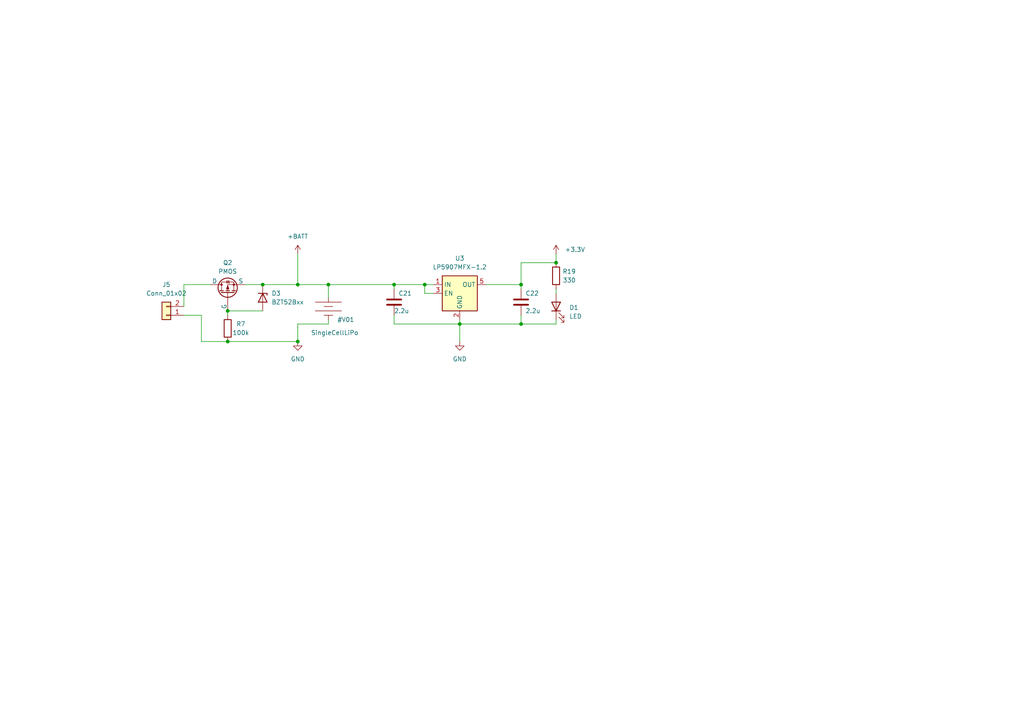
<source format=kicad_sch>
(kicad_sch (version 20230121) (generator eeschema)
  (paper "A4")
  (lib_symbols
    (symbol "Connector_Generic:Conn_01x02" (pin_names (offset 1.016) hide)
      (property "Reference" "J" (at 0 2.54 0))
      (property "Value" "Conn_01x02" (at 0 -5.08 0))
      (symbol "Conn_01x02_1_1"
        (rectangle (start -1.27 -2.413) (end 0 -2.667) (stroke (width 0.1524)))
        (rectangle (start -1.27 0.127) (end 0 -0.127) (stroke (width 0.1524)))
        (rectangle (start -1.27 1.27) (end 1.27 -3.81) (stroke (width 0.254)) (fill (type background)))
        (pin passive line (at -5.08 0 0) (length 3.81) (name "Pin_1") (number "1"))
        (pin passive line (at -5.08 -2.54 0) (length 3.81) (name "Pin_2") (number "2"))
      )
    )
    (symbol "Device:C" (pin_numbers hide) (pin_names (offset 0.254))
      (property "Reference" "C" (at 0.635 2.54 0))
      (property "Value" "C" (at 0.635 -2.54 0))
      (symbol "C_0_1"
        (polyline (pts (xy -2.032 -0.762) (xy 2.032 -0.762)) (stroke (width 0.508)))
        (polyline (pts (xy -2.032 0.762) (xy 2.032 0.762)) (stroke (width 0.508)))
      )
      (symbol "C_1_1"
        (pin passive line (at 0 3.81 270) (length 2.794) (name "~") (number "1"))
        (pin passive line (at 0 -3.81 90) (length 2.794) (name "~") (number "2"))
      )
    )
    (symbol "Device:LED" (pin_numbers hide) (pin_names (offset 1.016) hide)
      (property "Reference" "D" (at 0 2.54 0))
      (property "Value" "LED" (at 0 -2.54 0))
      (symbol "LED_0_1"
        (polyline (pts (xy -1.27 -1.27) (xy -1.27 1.27)) (stroke (width 0.254)))
        (polyline (pts (xy -1.27 0) (xy 1.27 0)))
        (polyline (pts (xy 1.27 -1.27) (xy 1.27 1.27) (xy -1.27 0) (xy 1.27 -1.27)) (stroke (width 0.254)))
        (polyline (pts (xy -3.048 -0.762) (xy -4.572 -2.286) (xy -3.81 -2.286) (xy -4.572 -2.286) (xy -4.572 -1.524)))
        (polyline (pts (xy -1.778 -0.762) (xy -3.302 -2.286) (xy -2.54 -2.286) (xy -3.302 -2.286) (xy -3.302 -1.524)))
      )
      (symbol "LED_1_1"
        (pin passive line (at -3.81 0 0) (length 2.54) (name "K") (number "1"))
        (pin passive line (at 3.81 0 180) (length 2.54) (name "A") (number "2"))
      )
    )
    (symbol "Device:R" (pin_numbers hide) (pin_names (offset 0))
      (property "Reference" "R" (at 2.032 0 90))
      (property "Value" "R" (at 0 0 90))
      (symbol "R_0_1"
        (rectangle (start -1.016 -2.54) (end 1.016 2.54) (stroke (width 0.254)))
      )
      (symbol "R_1_1"
        (pin passive line (at 0 3.81 270) (length 1.27) (name "~") (number "1"))
        (pin passive line (at 0 -3.81 90) (length 1.27) (name "~") (number "2"))
      )
    )
    (symbol "Diode:BZT52Bxx" (pin_numbers hide) (pin_names hide)
      (property "Reference" "D" (at 0 2.54 0))
      (property "Value" "BZT52Bxx" (at 0 -2.54 0))
      (symbol "BZT52Bxx_0_1"
        (polyline (pts (xy 1.27 0) (xy -1.27 0)))
        (polyline (pts (xy -1.27 -1.27) (xy -1.27 1.27) (xy -0.762 1.27)) (stroke (width 0.254)))
        (polyline (pts (xy 1.27 -1.27) (xy 1.27 1.27) (xy -1.27 0) (xy 1.27 -1.27)) (stroke (width 0.254)))
      )
      (symbol "BZT52Bxx_1_1"
        (pin passive line (at -3.81 0 0) (length 2.54) (name "K") (number "1"))
        (pin passive line (at 3.81 0 180) (length 2.54) (name "A") (number "2"))
      )
    )
    (symbol "Regulator_Linear:LP5907MFX-1.2"
      (property "Reference" "U" (at -3.81 6.35 0))
      (property "Value" "LP5907MFX-1.2" (at 6.35 6.35 0))
      (symbol "LP5907MFX-1.2_0_1"
        (rectangle (start -5.08 -5.08) (end 5.08 5.08) (stroke (width 0.254)) (fill (type background)))
        (pin power_in line (at -7.62 2.54 0) (length 2.54) (name "IN") (number "1"))
        (pin power_in line (at 0 -7.62 90) (length 2.54) (name "GND") (number "2"))
        (pin input line (at -7.62 0 0) (length 2.54) (name "EN") (number "3"))
        (pin no_connect line (at 5.08 0 180) (length 2.54) hide (name "NC") (number "4"))
        (pin power_out line (at 7.62 2.54 180) (length 2.54) (name "OUT") (number "5"))
      )
    )
    (symbol "Simulation_SPICE:PMOS" (pin_numbers hide) (pin_names (offset 0))
      (property "Reference" "Q" (at 5.08 1.27 0))
      (property "Value" "PMOS" (at 5.08 -1.27 0))
      (symbol "PMOS_0_1"
        (polyline (pts (xy 0.254 0) (xy -2.54 0)))
        (polyline (pts (xy 0.254 1.905) (xy 0.254 -1.905)) (stroke (width 0.254)))
        (polyline (pts (xy 0.762 -1.27) (xy 0.762 -2.286)) (stroke (width 0.254)))
        (polyline (pts (xy 0.762 0.508) (xy 0.762 -0.508)) (stroke (width 0.254)))
        (polyline (pts (xy 0.762 2.286) (xy 0.762 1.27)) (stroke (width 0.254)))
        (polyline (pts (xy 2.54 2.54) (xy 2.54 1.778)))
        (polyline (pts (xy 2.54 -2.54) (xy 2.54 0) (xy 0.762 0)))
        (polyline (pts (xy 0.762 1.778) (xy 3.302 1.778) (xy 3.302 -1.778) (xy 0.762 -1.778)))
        (polyline (pts (xy 2.286 0) (xy 1.27 0.381) (xy 1.27 -0.381) (xy 2.286 0)) (fill (type outline)))
        (polyline (pts (xy 2.794 -0.508) (xy 2.921 -0.381) (xy 3.683 -0.381) (xy 3.81 -0.254)))
        (polyline (pts (xy 3.302 -0.381) (xy 2.921 0.254) (xy 3.683 0.254) (xy 3.302 -0.381)))
        (circle (center 1.651 0) (radius 2.794) (stroke (width 0.254)))
        (circle (center 2.54 -1.778) (radius 0.254) (fill (type outline)))
        (circle (center 2.54 1.778) (radius 0.254) (fill (type outline)))
      )
      (symbol "PMOS_1_1"
        (pin passive line (at 2.54 5.08 270) (length 2.54) (name "D") (number "1"))
        (pin input line (at -5.08 0 0) (length 2.54) (name "G") (number "2"))
        (pin passive line (at 2.54 -5.08 90) (length 2.54) (name "S") (number "3"))
      )
    )
    (symbol "minimouse:SingleCellLiPo" (power) (pin_numbers hide) (pin_names hide) (in_bom no) (on_board no)
      (property "Reference" "V" (at 1.8796 0.3048 0))
      (property "Value" "SingleCellLiPo" (at -11.43 1.27 0))
      (symbol "SingleCellLiPo_0_1"
        (polyline (pts (xy -3.81 0) (xy 3.81 0)))
        (polyline (pts (xy -3.81 2.54) (xy 3.81 2.54)))
        (polyline (pts (xy -1.27 -1.27) (xy 1.27 -1.27)))
        (polyline (pts (xy -1.27 1.27) (xy 1.27 1.27)))
      )
      (symbol "SingleCellLiPo_1_1"
        (pin power_out line (at 0 -2.54 90) (length 1.27) (name "+") (number ""))
        (pin power_out line (at 0 3.81 270) (length 1.27) (name "+") (number ""))
      )
    )
    (symbol "power:+3.3V" (power) (pin_names (offset 0))
      (property "Value" "+3.3V" (at 0 3.556 0))
      (symbol "+3.3V_0_1"
        (polyline (pts (xy -0.762 1.27) (xy 0 2.54)))
        (polyline (pts (xy 0 0) (xy 0 2.54)))
        (polyline (pts (xy 0 2.54) (xy 0.762 1.27)))
      )
      (symbol "+3.3V_1_1"
        (pin power_in line (at 0 0 90) (length 0) hide (name "+3.3V") (number "1"))
      )
    )
    (symbol "power:+BATT" (power) (pin_names (offset 0))
      (property "Value" "+BATT" (at 0 3.556 0))
      (symbol "+BATT_0_1"
        (polyline (pts (xy -0.762 1.27) (xy 0 2.54)))
        (polyline (pts (xy 0 0) (xy 0 2.54)))
        (polyline (pts (xy 0 2.54) (xy 0.762 1.27)))
      )
      (symbol "+BATT_1_1"
        (pin power_in line (at 0 0 90) (length 0) hide (name "+BATT") (number "1"))
      )
    )
    (symbol "power:GND" (power) (pin_names (offset 0))
      (property "Value" "GND" (at 0 -3.81 0))
      (symbol "GND_0_1"
        (polyline (pts (xy 0 0) (xy 0 -1.27) (xy 1.27 -1.27) (xy 0 -2.54) (xy -1.27 -1.27) (xy 0 -1.27)))
      )
      (symbol "GND_1_1"
        (pin power_in line (at 0 0 270) (length 0) hide (name "GND") (number "1"))
      )
    )
  )
  (junction (at 151.13 93.98))
  (junction (at 114.3 82.55))
  (junction (at 86.36 99.06))
  (junction (at 86.36 82.55))
  (junction (at 76.2 82.55))
  (junction (at 66.04 90.17))
  (junction (at 66.04 99.06))
  (junction (at 151.13 82.55))
  (junction (at 161.29 76.2))
  (junction (at 133.35 93.98))
  (junction (at 123.19 82.55))
  (junction (at 95.25 82.55))
  (wire (pts (xy 86.36 93.98) (xy 86.36 99.06)))
  (wire (pts (xy 71.12 82.55) (xy 76.2 82.55)))
  (wire (pts (xy 133.35 93.98) (xy 133.35 99.06)))
  (wire (pts (xy 95.25 82.55) (xy 114.3 82.55)))
  (wire (pts (xy 66.04 90.17) (xy 66.04 91.44)))
  (wire (pts (xy 95.25 82.55) (xy 86.36 82.55)))
  (wire (pts (xy 86.36 73.66) (xy 86.36 82.55)))
  (wire (pts (xy 95.25 86.36) (xy 95.25 82.55)))
  (wire (pts (xy 114.3 82.55) (xy 114.3 83.82)))
  (wire (pts (xy 58.42 99.06) (xy 66.04 99.06)))
  (wire (pts (xy 114.3 93.98) (xy 133.35 93.98)))
  (wire (pts (xy 53.34 88.9) (xy 53.34 82.55)))
  (wire (pts (xy 133.35 93.98) (xy 151.13 93.98)))
  (wire (pts (xy 114.3 82.55) (xy 123.19 82.55)))
  (wire (pts (xy 133.35 93.98) (xy 133.35 92.71)))
  (wire (pts (xy 161.29 83.82) (xy 161.29 85.09)))
  (wire (pts (xy 95.25 92.71) (xy 95.25 93.98)))
  (wire (pts (xy 76.2 82.55) (xy 86.36 82.55)))
  (wire (pts (xy 151.13 76.2) (xy 151.13 82.55)))
  (wire (pts (xy 66.04 90.17) (xy 76.2 90.17)))
  (wire (pts (xy 114.3 93.98) (xy 114.3 91.44)))
  (wire (pts (xy 53.34 91.44) (xy 58.42 91.44)))
  (wire (pts (xy 151.13 82.55) (xy 151.13 83.82)))
  (wire (pts (xy 95.25 93.98) (xy 86.36 93.98)))
  (wire (pts (xy 58.42 91.44) (xy 58.42 99.06)))
  (wire (pts (xy 66.04 99.06) (xy 86.36 99.06)))
  (wire (pts (xy 123.19 82.55) (xy 125.73 82.55)))
  (wire (pts (xy 161.29 92.71) (xy 161.29 93.98)))
  (wire (pts (xy 140.97 82.55) (xy 151.13 82.55)))
  (wire (pts (xy 125.73 85.09) (xy 123.19 85.09)))
  (wire (pts (xy 53.34 82.55) (xy 60.96 82.55)))
  (wire (pts (xy 123.19 85.09) (xy 123.19 82.55)))
  (wire (pts (xy 151.13 91.44) (xy 151.13 93.98)))
  (wire (pts (xy 151.13 76.2) (xy 161.29 76.2)))
  (wire (pts (xy 151.13 93.98) (xy 161.29 93.98)))
  (wire (pts (xy 161.29 73.66) (xy 161.29 76.2)))
  (symbol (lib_id "power:+BATT") (at 86.36 73.66 0) (unit 1)
    (property "Reference" "#PWR036" (effects hide))
    (property "Value" "+BATT" (at 86.36 68.58 0))
  )
  (symbol (lib_id "power:+3.3V") (at 161.29 73.66 0) (unit 1)
    (property "Reference" "#PWR012" (effects hide))
    (property "Value" "+3.3V" (at 163.83 72.39 0) (effects (justify left)))
  )
  (symbol (lib_id "minimouse:SingleCellLiPo") (at 95.25 90.17 0) (unit 1) (in_bom no) (on_board no)
    (property "Reference" "#V01" (at 97.79 92.71 0) (effects (justify left)))
    (property "Value" "SingleCellLiPo" (at 90.17 96.52 0) (effects (justify left)))
  )
  (symbol (lib_id "Diode:BZT52Bxx") (at 76.2 86.36 270) (unit 1)
    (property "Reference" "D3" (at 78.74 85.09 90) (effects (justify left)))
    (property "Value" "BZT52Bxx" (at 78.74 87.63 90) (effects (justify left)))
    (property "Footprint" "Diode_SMD:D_SOD-123F" (effects hide))
    (property "Datasheet" "https://diotec.com/tl_files/diotec/files/pdf/datasheets/bzt52b2v4.pdf" (effects hide))
  )
  (symbol (lib_id "Simulation_SPICE:PMOS") (at 66.04 85.09 90) (unit 1)
    (property "Reference" "Q2" (at 66.04 76.2 90))
    (property "Value" "PMOS" (at 66.04 78.74 90))
    (property "Footprint" "Package_TO_SOT_SMD:SOT-23-3" (effects hide))
    (property "Datasheet" "https://ngspice.sourceforge.io/docs/ngspice-manual.pdf" (effects hide))
    (property "Sim.Device" "PMOS" (effects hide))
    (property "Sim.Type" "VDMOS" (effects hide))
    (property "Sim.Pins" "1=D 2=G 3=S" (effects hide))
  )
  (symbol (lib_id "Device:R") (at 161.29 80.01 180) (unit 1)
    (property "Reference" "R19" (at 165.1 78.74 0))
    (property "Value" "330" (at 165.1 81.28 0))
    (property "Footprint" "Resistor_SMD:R_0603_1608Metric" (effects hide))
  )
  (symbol (lib_id "Device:C") (at 151.13 87.63 0) (unit 1)
    (property "Reference" "C22" (at 152.4 85.09 0) (effects (justify left)))
    (property "Value" "2.2u" (at 152.4 90.17 0) (effects (justify left)))
    (property "Footprint" "Capacitor_SMD:C_0603_1608Metric" (effects hide))
  )
  (symbol (lib_id "power:GND") (at 133.35 99.06 0) (unit 1)
    (property "Reference" "#PWR013" (effects hide))
    (property "Value" "GND" (at 133.35 104.14 0))
  )
  (symbol (lib_id "Device:R") (at 66.04 95.25 180) (unit 1)
    (property "Reference" "R7" (at 69.85 93.98 0))
    (property "Value" "100k" (at 69.85 96.52 0))
    (property "Footprint" "Resistor_SMD:R_0603_1608Metric" (effects hide))
  )
  (symbol (lib_id "Regulator_Linear:LP5907MFX-1.2") (at 133.35 85.09 0) (unit 1)
    (property "Reference" "U3" (at 133.35 74.93 0))
    (property "Value" "LP5907MFX-1.2" (at 133.35 77.47 0))
    (property "Footprint" "Package_TO_SOT_SMD:SOT-23-5" (effects hide))
    (property "Datasheet" "http://www.ti.com/lit/ds/symlink/lp5907.pdf" (effects hide))
  )
  (symbol (lib_id "Connector_Generic:Conn_01x02") (at 48.26 91.44 180) (unit 1)
    (property "Reference" "J5" (at 48.26 82.55 0))
    (property "Value" "Conn_01x02" (at 48.26 85.09 0))
    (property "Footprint" "Connector_PinHeader_2.54mm:PinHeader_1x02_P2.54mm_Vertical" (effects hide))
  )
  (symbol (lib_id "power:GND") (at 86.36 99.06 0) (unit 1)
    (property "Reference" "#PWR037" (effects hide))
    (property "Value" "GND" (at 86.36 104.14 0))
  )
  (symbol (lib_id "Device:LED") (at 161.29 88.9 90) (unit 1)
    (property "Reference" "D1" (at 165.1 89.2175 90) (effects (justify right)))
    (property "Value" "LED" (at 165.1 91.7575 90) (effects (justify right)))
    (property "Footprint" "LED_SMD:LED_0603_1608Metric" (effects hide))
  )
  (symbol (lib_id "Device:C") (at 114.3 87.63 0) (unit 1)
    (property "Reference" "C21" (at 115.57 85.09 0) (effects (justify left)))
    (property "Value" "2.2u" (at 114.3 90.17 0) (effects (justify left)))
    (property "Footprint" "Capacitor_SMD:C_0603_1608Metric" (effects hide))
  )
)
</source>
